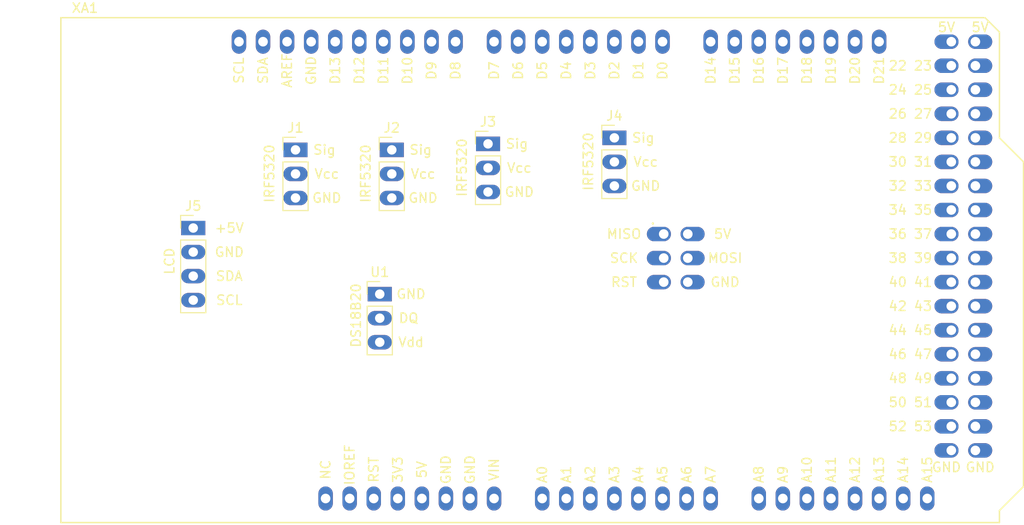
<source format=kicad_pcb>
(kicad_pcb (version 20171130) (host pcbnew 5.1.9-73d0e3b20d~88~ubuntu20.04.1)

  (general
    (thickness 1.6)
    (drawings 0)
    (tracks 0)
    (zones 0)
    (modules 7)
    (nets 111)
  )

  (page A4)
  (layers
    (0 F.Cu signal)
    (31 B.Cu signal)
    (32 B.Adhes user)
    (33 F.Adhes user)
    (34 B.Paste user)
    (35 F.Paste user)
    (36 B.SilkS user)
    (37 F.SilkS user)
    (38 B.Mask user)
    (39 F.Mask user)
    (40 Dwgs.User user)
    (41 Cmts.User user)
    (42 Eco1.User user)
    (43 Eco2.User user)
    (44 Edge.Cuts user)
    (45 Margin user)
    (46 B.CrtYd user)
    (47 F.CrtYd user)
    (48 B.Fab user)
    (49 F.Fab user)
  )

  (setup
    (last_trace_width 0.25)
    (trace_clearance 0.2)
    (zone_clearance 0.508)
    (zone_45_only no)
    (trace_min 0.2)
    (via_size 0.8)
    (via_drill 0.4)
    (via_min_size 0.4)
    (via_min_drill 0.3)
    (uvia_size 0.3)
    (uvia_drill 0.1)
    (uvias_allowed no)
    (uvia_min_size 0.2)
    (uvia_min_drill 0.1)
    (edge_width 0.05)
    (segment_width 0.2)
    (pcb_text_width 0.3)
    (pcb_text_size 1.5 1.5)
    (mod_edge_width 0.12)
    (mod_text_size 1 1)
    (mod_text_width 0.15)
    (pad_size 1.524 1.524)
    (pad_drill 0.762)
    (pad_to_mask_clearance 0)
    (aux_axis_origin 0 0)
    (visible_elements FFFFFF7F)
    (pcbplotparams
      (layerselection 0x010fc_ffffffff)
      (usegerberextensions false)
      (usegerberattributes true)
      (usegerberadvancedattributes true)
      (creategerberjobfile true)
      (excludeedgelayer true)
      (linewidth 0.100000)
      (plotframeref false)
      (viasonmask false)
      (mode 1)
      (useauxorigin false)
      (hpglpennumber 1)
      (hpglpenspeed 20)
      (hpglpendiameter 15.000000)
      (psnegative false)
      (psa4output false)
      (plotreference true)
      (plotvalue true)
      (plotinvisibletext false)
      (padsonsilk false)
      (subtractmaskfromsilk false)
      (outputformat 1)
      (mirror false)
      (drillshape 1)
      (scaleselection 1)
      (outputdirectory ""))
  )

  (net 0 "")
  (net 1 "Net-(XA1-PadMISO)")
  (net 2 "Net-(XA1-Pad99)")
  (net 3 "Net-(XA1-Pad81)")
  (net 4 "Net-(XA1-Pad19)")
  (net 5 "Net-(XA1-Pad20)")
  (net 6 "Net-(XA1-Pad21)")
  (net 7 "Net-(XA1-Pad22)")
  (net 8 "Net-(XA1-Pad35)")
  (net 9 "Net-(XA1-Pad36)")
  (net 10 "Net-(XA1-Pad37)")
  (net 11 "Net-(XA1-Pad38)")
  (net 12 "Net-(XA1-Pad39)")
  (net 13 "Net-(XA1-Pad40)")
  (net 14 "Net-(XA1-Pad41)")
  (net 15 "Net-(XA1-Pad42)")
  (net 16 "Net-(XA1-Pad51)")
  (net 17 "Net-(XA1-Pad52)")
  (net 18 "Net-(XA1-Pad70)")
  (net 19 "Net-(XA1-Pad50)")
  (net 20 "Net-(XA1-Pad53)")
  (net 21 "Net-(XA1-Pad54)")
  (net 22 "Net-(XA1-Pad55)")
  (net 23 "Net-(XA1-Pad56)")
  (net 24 "Net-(XA1-Pad57)")
  (net 25 "Net-(XA1-Pad58)")
  (net 26 "Net-(XA1-Pad59)")
  (net 27 "Net-(XA1-Pad60)")
  (net 28 "Net-(XA1-Pad71)")
  (net 29 "Net-(XA1-Pad72)")
  (net 30 "Net-(XA1-Pad73)")
  (net 31 "Net-(XA1-Pad74)")
  (net 32 "Net-(XA1-Pad75)")
  (net 33 "Net-(XA1-Pad76)")
  (net 34 "Net-(XA1-Pad77)")
  (net 35 "Net-(XA1-Pad78)")
  (net 36 "Net-(XA1-Pad61)")
  (net 37 "Net-(XA1-Pad31)")
  (net 38 "Net-(XA1-Pad82)")
  (net 39 "Net-(XA1-Pad83)")
  (net 40 "Net-(XA1-Pad84)")
  (net 41 "Net-(XA1-Pad85)")
  (net 42 "Net-(XA1-Pad86)")
  (net 43 "Net-(XA1-Pad87)")
  (net 44 "Net-(XA1-Pad88)")
  (net 45 "Net-(XA1-Pad89)")
  (net 46 "Net-(XA1-Pad90)")
  (net 47 "Net-(XA1-Pad91)")
  (net 48 "Net-(XA1-Pad92)")
  (net 49 "Net-(XA1-Pad93)")
  (net 50 "Net-(XA1-Pad94)")
  (net 51 "Net-(XA1-Pad95)")
  (net 52 "Net-(XA1-Pad96)")
  (net 53 "Net-(XA1-Pad24)")
  (net 54 "Net-(XA1-Pad25)")
  (net 55 "Net-(XA1-Pad26)")
  (net 56 "Net-(XA1-Pad98)")
  (net 57 "Net-(XA1-PadSDA)")
  (net 58 "Net-(XA1-PadSCL)")
  (net 59 "Net-(XA1-Pad23)")
  (net 60 "Net-(XA1-Pad18)")
  (net 61 "Net-(XA1-Pad17)")
  (net 62 "Net-(XA1-Pad11)")
  (net 63 "Net-(XA1-Pad16)")
  (net 64 "Net-(XA1-Pad15)")
  (net 65 "Net-(XA1-Pad5)")
  (net 66 "Net-(XA1-Pad1)")
  (net 67 "Net-(XA1-Pad7)")
  (net 68 "Net-(XA1-Pad6)")
  (net 69 "Net-(XA1-Pad3)")
  (net 70 "Net-(XA1-Pad2)")
  (net 71 "Net-(XA1-Pad64)")
  (net 72 "Net-(XA1-Pad63)")
  (net 73 "Net-(XA1-Pad13)")
  (net 74 "Net-(XA1-Pad12)")
  (net 75 "Net-(XA1-Pad46)")
  (net 76 "Net-(XA1-Pad45)")
  (net 77 "Net-(XA1-Pad44)")
  (net 78 "Net-(XA1-Pad43)")
  (net 79 "Net-(XA1-PadIORF)")
  (net 80 "Net-(XA1-Pad30)")
  (net 81 "Net-(XA1-Pad3V3)")
  (net 82 "Net-(XA1-Pad10)")
  (net 83 "Net-(XA1-Pad32)")
  (net 84 "Net-(XA1-Pad62)")
  (net 85 "Net-(XA1-Pad100)")
  (net 86 "Net-(XA1-Pad97)")
  (net 87 "Net-(XA1-Pad5V2)")
  (net 88 "Net-(XA1-PadSCK)")
  (net 89 "Net-(XA1-PadMOSI)")
  (net 90 "Net-(XA1-PadGND4)")
  (net 91 "Net-(XA1-PadRST2)")
  (net 92 "Net-(J1-Pad3)")
  (net 93 "Net-(J1-Pad2)")
  (net 94 "Net-(J1-Pad1)")
  (net 95 "Net-(J2-Pad3)")
  (net 96 "Net-(J2-Pad2)")
  (net 97 "Net-(J2-Pad1)")
  (net 98 "Net-(J3-Pad3)")
  (net 99 "Net-(J3-Pad2)")
  (net 100 "Net-(J3-Pad1)")
  (net 101 "Net-(J4-Pad3)")
  (net 102 "Net-(J4-Pad2)")
  (net 103 "Net-(J4-Pad1)")
  (net 104 "Net-(J5-Pad7)")
  (net 105 "Net-(J5-Pad5)")
  (net 106 "Net-(J5-Pad3)")
  (net 107 "Net-(J5-Pad1)")
  (net 108 "Net-(U1-Pad3)")
  (net 109 "Net-(U1-Pad2)")
  (net 110 "Net-(U1-Pad1)")

  (net_class Default "This is the default net class."
    (clearance 0.2)
    (trace_width 0.25)
    (via_dia 0.8)
    (via_drill 0.4)
    (uvia_dia 0.3)
    (uvia_drill 0.1)
    (add_net "Net-(J1-Pad1)")
    (add_net "Net-(J1-Pad2)")
    (add_net "Net-(J1-Pad3)")
    (add_net "Net-(J2-Pad1)")
    (add_net "Net-(J2-Pad2)")
    (add_net "Net-(J2-Pad3)")
    (add_net "Net-(J3-Pad1)")
    (add_net "Net-(J3-Pad2)")
    (add_net "Net-(J3-Pad3)")
    (add_net "Net-(J4-Pad1)")
    (add_net "Net-(J4-Pad2)")
    (add_net "Net-(J4-Pad3)")
    (add_net "Net-(J5-Pad1)")
    (add_net "Net-(J5-Pad3)")
    (add_net "Net-(J5-Pad5)")
    (add_net "Net-(J5-Pad7)")
    (add_net "Net-(U1-Pad1)")
    (add_net "Net-(U1-Pad2)")
    (add_net "Net-(U1-Pad3)")
    (add_net "Net-(XA1-Pad1)")
    (add_net "Net-(XA1-Pad10)")
    (add_net "Net-(XA1-Pad100)")
    (add_net "Net-(XA1-Pad11)")
    (add_net "Net-(XA1-Pad12)")
    (add_net "Net-(XA1-Pad13)")
    (add_net "Net-(XA1-Pad15)")
    (add_net "Net-(XA1-Pad16)")
    (add_net "Net-(XA1-Pad17)")
    (add_net "Net-(XA1-Pad18)")
    (add_net "Net-(XA1-Pad19)")
    (add_net "Net-(XA1-Pad2)")
    (add_net "Net-(XA1-Pad20)")
    (add_net "Net-(XA1-Pad21)")
    (add_net "Net-(XA1-Pad22)")
    (add_net "Net-(XA1-Pad23)")
    (add_net "Net-(XA1-Pad24)")
    (add_net "Net-(XA1-Pad25)")
    (add_net "Net-(XA1-Pad26)")
    (add_net "Net-(XA1-Pad3)")
    (add_net "Net-(XA1-Pad30)")
    (add_net "Net-(XA1-Pad31)")
    (add_net "Net-(XA1-Pad32)")
    (add_net "Net-(XA1-Pad35)")
    (add_net "Net-(XA1-Pad36)")
    (add_net "Net-(XA1-Pad37)")
    (add_net "Net-(XA1-Pad38)")
    (add_net "Net-(XA1-Pad39)")
    (add_net "Net-(XA1-Pad3V3)")
    (add_net "Net-(XA1-Pad40)")
    (add_net "Net-(XA1-Pad41)")
    (add_net "Net-(XA1-Pad42)")
    (add_net "Net-(XA1-Pad43)")
    (add_net "Net-(XA1-Pad44)")
    (add_net "Net-(XA1-Pad45)")
    (add_net "Net-(XA1-Pad46)")
    (add_net "Net-(XA1-Pad5)")
    (add_net "Net-(XA1-Pad50)")
    (add_net "Net-(XA1-Pad51)")
    (add_net "Net-(XA1-Pad52)")
    (add_net "Net-(XA1-Pad53)")
    (add_net "Net-(XA1-Pad54)")
    (add_net "Net-(XA1-Pad55)")
    (add_net "Net-(XA1-Pad56)")
    (add_net "Net-(XA1-Pad57)")
    (add_net "Net-(XA1-Pad58)")
    (add_net "Net-(XA1-Pad59)")
    (add_net "Net-(XA1-Pad5V2)")
    (add_net "Net-(XA1-Pad6)")
    (add_net "Net-(XA1-Pad60)")
    (add_net "Net-(XA1-Pad61)")
    (add_net "Net-(XA1-Pad62)")
    (add_net "Net-(XA1-Pad63)")
    (add_net "Net-(XA1-Pad64)")
    (add_net "Net-(XA1-Pad7)")
    (add_net "Net-(XA1-Pad70)")
    (add_net "Net-(XA1-Pad71)")
    (add_net "Net-(XA1-Pad72)")
    (add_net "Net-(XA1-Pad73)")
    (add_net "Net-(XA1-Pad74)")
    (add_net "Net-(XA1-Pad75)")
    (add_net "Net-(XA1-Pad76)")
    (add_net "Net-(XA1-Pad77)")
    (add_net "Net-(XA1-Pad78)")
    (add_net "Net-(XA1-Pad81)")
    (add_net "Net-(XA1-Pad82)")
    (add_net "Net-(XA1-Pad83)")
    (add_net "Net-(XA1-Pad84)")
    (add_net "Net-(XA1-Pad85)")
    (add_net "Net-(XA1-Pad86)")
    (add_net "Net-(XA1-Pad87)")
    (add_net "Net-(XA1-Pad88)")
    (add_net "Net-(XA1-Pad89)")
    (add_net "Net-(XA1-Pad90)")
    (add_net "Net-(XA1-Pad91)")
    (add_net "Net-(XA1-Pad92)")
    (add_net "Net-(XA1-Pad93)")
    (add_net "Net-(XA1-Pad94)")
    (add_net "Net-(XA1-Pad95)")
    (add_net "Net-(XA1-Pad96)")
    (add_net "Net-(XA1-Pad97)")
    (add_net "Net-(XA1-Pad98)")
    (add_net "Net-(XA1-Pad99)")
    (add_net "Net-(XA1-PadGND4)")
    (add_net "Net-(XA1-PadIORF)")
    (add_net "Net-(XA1-PadMISO)")
    (add_net "Net-(XA1-PadMOSI)")
    (add_net "Net-(XA1-PadRST2)")
    (add_net "Net-(XA1-PadSCK)")
    (add_net "Net-(XA1-PadSCL)")
    (add_net "Net-(XA1-PadSDA)")
  )

  (module My_Headers:3_pin_Dallas_1-wire_header_larger_pads (layer F.Cu) (tedit 6021A815) (tstamp 60460EDC)
    (at 132.715 100.33)
    (descr "Through hole straight pin header, 1x03, 2.54mm pitch, single row")
    (tags "Through hole pin header THT 1x03 2.54mm single row")
    (path /60465402)
    (fp_text reference U1 (at 0 -2.33) (layer F.SilkS)
      (effects (font (size 1 1) (thickness 0.15)))
    )
    (fp_text value DS18B20 (at 0 7.41) (layer F.Fab) hide
      (effects (font (size 1 1) (thickness 0.15)))
    )
    (fp_text user DS18B20 (at -2.5 2.25 90) (layer F.SilkS)
      (effects (font (size 1 1) (thickness 0.15)))
    )
    (fp_text user Vdd (at 3.302 5.08) (layer F.SilkS)
      (effects (font (size 1 1) (thickness 0.15)))
    )
    (fp_text user DQ (at 3.048 2.54) (layer F.SilkS)
      (effects (font (size 1 1) (thickness 0.15)))
    )
    (fp_text user GND (at 3.302 0) (layer F.SilkS)
      (effects (font (size 1 1) (thickness 0.15)))
    )
    (fp_text user %R (at 0 2.54 90) (layer F.Fab)
      (effects (font (size 1 1) (thickness 0.15)))
    )
    (fp_line (start -0.635 -1.27) (end 1.27 -1.27) (layer F.Fab) (width 0.1))
    (fp_line (start 1.27 -1.27) (end 1.27 6.35) (layer F.Fab) (width 0.1))
    (fp_line (start 1.27 6.35) (end -1.27 6.35) (layer F.Fab) (width 0.1))
    (fp_line (start -1.27 6.35) (end -1.27 -0.635) (layer F.Fab) (width 0.1))
    (fp_line (start -1.27 -0.635) (end -0.635 -1.27) (layer F.Fab) (width 0.1))
    (fp_line (start -1.33 6.41) (end 1.33 6.41) (layer F.SilkS) (width 0.12))
    (fp_line (start -1.33 1.27) (end -1.33 6.41) (layer F.SilkS) (width 0.12))
    (fp_line (start 1.33 1.27) (end 1.33 6.41) (layer F.SilkS) (width 0.12))
    (fp_line (start -1.33 1.27) (end 1.33 1.27) (layer F.SilkS) (width 0.12))
    (fp_line (start -1.33 0) (end -1.33 -1.33) (layer F.SilkS) (width 0.12))
    (fp_line (start -1.33 -1.33) (end 0 -1.33) (layer F.SilkS) (width 0.12))
    (fp_line (start -1.8 -1.8) (end -1.8 6.85) (layer F.CrtYd) (width 0.05))
    (fp_line (start -1.8 6.85) (end 1.8 6.85) (layer F.CrtYd) (width 0.05))
    (fp_line (start 1.8 6.85) (end 1.8 -1.8) (layer F.CrtYd) (width 0.05))
    (fp_line (start 1.8 -1.8) (end -1.8 -1.8) (layer F.CrtYd) (width 0.05))
    (pad 3 thru_hole oval (at 0 5.08) (size 2.54 1.524) (drill 1) (layers *.Cu *.Mask)
      (net 108 "Net-(U1-Pad3)"))
    (pad 2 thru_hole oval (at 0 2.54) (size 2.54 1.524) (drill 1) (layers *.Cu *.Mask)
      (net 109 "Net-(U1-Pad2)"))
    (pad 1 thru_hole rect (at 0 0) (size 2.54 1.524) (drill 1) (layers *.Cu *.Mask)
      (net 110 "Net-(U1-Pad1)"))
    (model ${KISYS3DMOD}/Connector_PinHeader_2.54mm.3dshapes/PinHeader_1x03_P2.54mm_Vertical.wrl
      (at (xyz 0 0 0))
      (scale (xyz 1 1 1))
      (rotate (xyz 0 0 0))
    )
  )

  (module My_Headers:4-pin_I2C_LCD_header_larger (layer F.Cu) (tedit 6021A84B) (tstamp 60460EC1)
    (at 113.03 93.345)
    (descr "Through hole straight pin header, 1x04, 2.54mm pitch, single row")
    (tags "Through hole pin header THT 1x04 2.54mm single row")
    (path /604681B1)
    (fp_text reference J5 (at 0 -2.33) (layer F.SilkS)
      (effects (font (size 1 1) (thickness 0.15)))
    )
    (fp_text value 4-pin_I2C_LCD_header (at 0 9.95) (layer F.Fab) hide
      (effects (font (size 1 1) (thickness 0.15)))
    )
    (fp_text user LCD (at -2.5 3.5 90) (layer F.SilkS)
      (effects (font (size 1 1) (thickness 0.15)))
    )
    (fp_text user SCL (at 3.81 7.62) (layer F.SilkS)
      (effects (font (size 1 1) (thickness 0.15)))
    )
    (fp_text user SDA (at 3.81 5.08) (layer F.SilkS)
      (effects (font (size 1 1) (thickness 0.15)))
    )
    (fp_text user GND (at 3.81 2.54) (layer F.SilkS)
      (effects (font (size 1 1) (thickness 0.15)))
    )
    (fp_text user +5V (at 3.81 0) (layer F.SilkS)
      (effects (font (size 1 1) (thickness 0.15)))
    )
    (fp_line (start -0.635 -1.27) (end 1.27 -1.27) (layer F.Fab) (width 0.1))
    (fp_line (start 1.27 -1.27) (end 1.27 8.89) (layer F.Fab) (width 0.1))
    (fp_line (start 1.27 8.89) (end -1.27 8.89) (layer F.Fab) (width 0.1))
    (fp_line (start -1.27 8.89) (end -1.27 -0.635) (layer F.Fab) (width 0.1))
    (fp_line (start -1.27 -0.635) (end -0.635 -1.27) (layer F.Fab) (width 0.1))
    (fp_line (start -1.33 8.95) (end 1.33 8.95) (layer F.SilkS) (width 0.12))
    (fp_line (start -1.33 1.27) (end -1.33 8.95) (layer F.SilkS) (width 0.12))
    (fp_line (start 1.33 1.27) (end 1.33 8.95) (layer F.SilkS) (width 0.12))
    (fp_line (start -1.33 1.27) (end 1.33 1.27) (layer F.SilkS) (width 0.12))
    (fp_line (start -1.33 0) (end -1.33 -1.33) (layer F.SilkS) (width 0.12))
    (fp_line (start -1.33 -1.33) (end 0 -1.33) (layer F.SilkS) (width 0.12))
    (fp_line (start -1.8 -1.8) (end -1.8 9.4) (layer F.CrtYd) (width 0.05))
    (fp_line (start -1.8 9.4) (end 1.8 9.4) (layer F.CrtYd) (width 0.05))
    (fp_line (start 1.8 9.4) (end 1.8 -1.8) (layer F.CrtYd) (width 0.05))
    (fp_line (start 1.8 -1.8) (end -1.8 -1.8) (layer F.CrtYd) (width 0.05))
    (pad 7 thru_hole oval (at 0 7.62) (size 2.54 1.524) (drill 1) (layers *.Cu *.Mask)
      (net 104 "Net-(J5-Pad7)"))
    (pad 5 thru_hole oval (at 0 5.08) (size 2.54 1.524) (drill 1) (layers *.Cu *.Mask)
      (net 105 "Net-(J5-Pad5)"))
    (pad 3 thru_hole oval (at 0 2.54) (size 2.54 1.524) (drill 1) (layers *.Cu *.Mask)
      (net 106 "Net-(J5-Pad3)"))
    (pad 1 thru_hole rect (at 0 0) (size 2.54 1.524) (drill 1) (layers *.Cu *.Mask)
      (net 107 "Net-(J5-Pad1)"))
    (model ${KISYS3DMOD}/Connector_PinHeader_2.54mm.3dshapes/PinHeader_1x04_P2.54mm_Vertical.wrl
      (at (xyz 0 0 0))
      (scale (xyz 1 1 1))
      (rotate (xyz 0 0 0))
    )
  )

  (module My_Headers:3-pin_IRF5320_MOSFET_module_header_large (layer F.Cu) (tedit 604417EF) (tstamp 60460EA5)
    (at 157.48 83.82)
    (descr "Through hole straight pin header, 1x03, 2.54mm pitch, single row")
    (tags "Through hole pin header THT 1x03 2.54mm single row")
    (path /60464B76)
    (fp_text reference J4 (at 0 -2.33) (layer F.SilkS)
      (effects (font (size 1 1) (thickness 0.15)))
    )
    (fp_text value 3-pin_IRF5320_MOSFET_module_header (at 0 7.41) (layer F.Fab) hide
      (effects (font (size 1 1) (thickness 0.15)))
    )
    (fp_text user IRF5320 (at -2.75 2.5 90) (layer F.SilkS)
      (effects (font (size 1 1) (thickness 0.15)))
    )
    (fp_text user GND (at 3.302 5.08) (layer F.SilkS)
      (effects (font (size 1 1) (thickness 0.15)))
    )
    (fp_text user Vcc (at 3.302 2.54) (layer F.SilkS)
      (effects (font (size 1 1) (thickness 0.15)))
    )
    (fp_text user Sig (at 3.048 0) (layer F.SilkS)
      (effects (font (size 1 1) (thickness 0.15)))
    )
    (fp_text user %R (at 0 2.54 90) (layer F.Fab)
      (effects (font (size 1 1) (thickness 0.15)))
    )
    (fp_line (start 1.8 -1.8) (end -1.8 -1.8) (layer F.CrtYd) (width 0.05))
    (fp_line (start 1.8 6.85) (end 1.8 -1.8) (layer F.CrtYd) (width 0.05))
    (fp_line (start -1.8 6.85) (end 1.8 6.85) (layer F.CrtYd) (width 0.05))
    (fp_line (start -1.8 -1.8) (end -1.8 6.85) (layer F.CrtYd) (width 0.05))
    (fp_line (start -1.33 -1.33) (end 0 -1.33) (layer F.SilkS) (width 0.12))
    (fp_line (start -1.33 0) (end -1.33 -1.33) (layer F.SilkS) (width 0.12))
    (fp_line (start -1.33 1.27) (end 1.33 1.27) (layer F.SilkS) (width 0.12))
    (fp_line (start 1.33 1.27) (end 1.33 6.41) (layer F.SilkS) (width 0.12))
    (fp_line (start -1.33 1.27) (end -1.33 6.41) (layer F.SilkS) (width 0.12))
    (fp_line (start -1.33 6.41) (end 1.33 6.41) (layer F.SilkS) (width 0.12))
    (fp_line (start -1.27 -0.635) (end -0.635 -1.27) (layer F.Fab) (width 0.1))
    (fp_line (start -1.27 6.35) (end -1.27 -0.635) (layer F.Fab) (width 0.1))
    (fp_line (start 1.27 6.35) (end -1.27 6.35) (layer F.Fab) (width 0.1))
    (fp_line (start 1.27 -1.27) (end 1.27 6.35) (layer F.Fab) (width 0.1))
    (fp_line (start -0.635 -1.27) (end 1.27 -1.27) (layer F.Fab) (width 0.1))
    (pad 3 thru_hole oval (at 0 5.08) (size 2.54 1.524) (drill 1) (layers *.Cu *.Mask)
      (net 101 "Net-(J4-Pad3)"))
    (pad 2 thru_hole oval (at 0 2.54) (size 2.54 1.524) (drill 1) (layers *.Cu *.Mask)
      (net 102 "Net-(J4-Pad2)"))
    (pad 1 thru_hole rect (at 0 0) (size 2.54 1.524) (drill 1) (layers *.Cu *.Mask)
      (net 103 "Net-(J4-Pad1)"))
    (model ${KISYS3DMOD}/Connector_PinHeader_2.54mm.3dshapes/PinHeader_1x03_P2.54mm_Vertical.wrl
      (at (xyz 0 0 0))
      (scale (xyz 1 1 1))
      (rotate (xyz 0 0 0))
    )
  )

  (module My_Headers:3-pin_IRF5320_MOSFET_module_header_large (layer F.Cu) (tedit 604417EF) (tstamp 60460E8A)
    (at 144.145 84.455)
    (descr "Through hole straight pin header, 1x03, 2.54mm pitch, single row")
    (tags "Through hole pin header THT 1x03 2.54mm single row")
    (path /604646F1)
    (fp_text reference J3 (at 0 -2.33) (layer F.SilkS)
      (effects (font (size 1 1) (thickness 0.15)))
    )
    (fp_text value 3-pin_IRF5320_MOSFET_module_header (at 0 7.41) (layer F.Fab) hide
      (effects (font (size 1 1) (thickness 0.15)))
    )
    (fp_text user IRF5320 (at -2.75 2.5 90) (layer F.SilkS)
      (effects (font (size 1 1) (thickness 0.15)))
    )
    (fp_text user GND (at 3.302 5.08) (layer F.SilkS)
      (effects (font (size 1 1) (thickness 0.15)))
    )
    (fp_text user Vcc (at 3.302 2.54) (layer F.SilkS)
      (effects (font (size 1 1) (thickness 0.15)))
    )
    (fp_text user Sig (at 3.048 0) (layer F.SilkS)
      (effects (font (size 1 1) (thickness 0.15)))
    )
    (fp_text user %R (at 0 2.54 90) (layer F.Fab)
      (effects (font (size 1 1) (thickness 0.15)))
    )
    (fp_line (start 1.8 -1.8) (end -1.8 -1.8) (layer F.CrtYd) (width 0.05))
    (fp_line (start 1.8 6.85) (end 1.8 -1.8) (layer F.CrtYd) (width 0.05))
    (fp_line (start -1.8 6.85) (end 1.8 6.85) (layer F.CrtYd) (width 0.05))
    (fp_line (start -1.8 -1.8) (end -1.8 6.85) (layer F.CrtYd) (width 0.05))
    (fp_line (start -1.33 -1.33) (end 0 -1.33) (layer F.SilkS) (width 0.12))
    (fp_line (start -1.33 0) (end -1.33 -1.33) (layer F.SilkS) (width 0.12))
    (fp_line (start -1.33 1.27) (end 1.33 1.27) (layer F.SilkS) (width 0.12))
    (fp_line (start 1.33 1.27) (end 1.33 6.41) (layer F.SilkS) (width 0.12))
    (fp_line (start -1.33 1.27) (end -1.33 6.41) (layer F.SilkS) (width 0.12))
    (fp_line (start -1.33 6.41) (end 1.33 6.41) (layer F.SilkS) (width 0.12))
    (fp_line (start -1.27 -0.635) (end -0.635 -1.27) (layer F.Fab) (width 0.1))
    (fp_line (start -1.27 6.35) (end -1.27 -0.635) (layer F.Fab) (width 0.1))
    (fp_line (start 1.27 6.35) (end -1.27 6.35) (layer F.Fab) (width 0.1))
    (fp_line (start 1.27 -1.27) (end 1.27 6.35) (layer F.Fab) (width 0.1))
    (fp_line (start -0.635 -1.27) (end 1.27 -1.27) (layer F.Fab) (width 0.1))
    (pad 3 thru_hole oval (at 0 5.08) (size 2.54 1.524) (drill 1) (layers *.Cu *.Mask)
      (net 98 "Net-(J3-Pad3)"))
    (pad 2 thru_hole oval (at 0 2.54) (size 2.54 1.524) (drill 1) (layers *.Cu *.Mask)
      (net 99 "Net-(J3-Pad2)"))
    (pad 1 thru_hole rect (at 0 0) (size 2.54 1.524) (drill 1) (layers *.Cu *.Mask)
      (net 100 "Net-(J3-Pad1)"))
    (model ${KISYS3DMOD}/Connector_PinHeader_2.54mm.3dshapes/PinHeader_1x03_P2.54mm_Vertical.wrl
      (at (xyz 0 0 0))
      (scale (xyz 1 1 1))
      (rotate (xyz 0 0 0))
    )
  )

  (module My_Headers:3-pin_IRF5320_MOSFET_module_header_large (layer F.Cu) (tedit 604417EF) (tstamp 60460E6F)
    (at 133.985 85.09)
    (descr "Through hole straight pin header, 1x03, 2.54mm pitch, single row")
    (tags "Through hole pin header THT 1x03 2.54mm single row")
    (path /604642B1)
    (fp_text reference J2 (at 0 -2.33) (layer F.SilkS)
      (effects (font (size 1 1) (thickness 0.15)))
    )
    (fp_text value 3-pin_IRF5320_MOSFET_module_header (at 0 7.41) (layer F.Fab) hide
      (effects (font (size 1 1) (thickness 0.15)))
    )
    (fp_text user IRF5320 (at -2.75 2.5 90) (layer F.SilkS)
      (effects (font (size 1 1) (thickness 0.15)))
    )
    (fp_text user GND (at 3.302 5.08) (layer F.SilkS)
      (effects (font (size 1 1) (thickness 0.15)))
    )
    (fp_text user Vcc (at 3.302 2.54) (layer F.SilkS)
      (effects (font (size 1 1) (thickness 0.15)))
    )
    (fp_text user Sig (at 3.048 0) (layer F.SilkS)
      (effects (font (size 1 1) (thickness 0.15)))
    )
    (fp_text user %R (at 0 2.54 90) (layer F.Fab)
      (effects (font (size 1 1) (thickness 0.15)))
    )
    (fp_line (start 1.8 -1.8) (end -1.8 -1.8) (layer F.CrtYd) (width 0.05))
    (fp_line (start 1.8 6.85) (end 1.8 -1.8) (layer F.CrtYd) (width 0.05))
    (fp_line (start -1.8 6.85) (end 1.8 6.85) (layer F.CrtYd) (width 0.05))
    (fp_line (start -1.8 -1.8) (end -1.8 6.85) (layer F.CrtYd) (width 0.05))
    (fp_line (start -1.33 -1.33) (end 0 -1.33) (layer F.SilkS) (width 0.12))
    (fp_line (start -1.33 0) (end -1.33 -1.33) (layer F.SilkS) (width 0.12))
    (fp_line (start -1.33 1.27) (end 1.33 1.27) (layer F.SilkS) (width 0.12))
    (fp_line (start 1.33 1.27) (end 1.33 6.41) (layer F.SilkS) (width 0.12))
    (fp_line (start -1.33 1.27) (end -1.33 6.41) (layer F.SilkS) (width 0.12))
    (fp_line (start -1.33 6.41) (end 1.33 6.41) (layer F.SilkS) (width 0.12))
    (fp_line (start -1.27 -0.635) (end -0.635 -1.27) (layer F.Fab) (width 0.1))
    (fp_line (start -1.27 6.35) (end -1.27 -0.635) (layer F.Fab) (width 0.1))
    (fp_line (start 1.27 6.35) (end -1.27 6.35) (layer F.Fab) (width 0.1))
    (fp_line (start 1.27 -1.27) (end 1.27 6.35) (layer F.Fab) (width 0.1))
    (fp_line (start -0.635 -1.27) (end 1.27 -1.27) (layer F.Fab) (width 0.1))
    (pad 3 thru_hole oval (at 0 5.08) (size 2.54 1.524) (drill 1) (layers *.Cu *.Mask)
      (net 95 "Net-(J2-Pad3)"))
    (pad 2 thru_hole oval (at 0 2.54) (size 2.54 1.524) (drill 1) (layers *.Cu *.Mask)
      (net 96 "Net-(J2-Pad2)"))
    (pad 1 thru_hole rect (at 0 0) (size 2.54 1.524) (drill 1) (layers *.Cu *.Mask)
      (net 97 "Net-(J2-Pad1)"))
    (model ${KISYS3DMOD}/Connector_PinHeader_2.54mm.3dshapes/PinHeader_1x03_P2.54mm_Vertical.wrl
      (at (xyz 0 0 0))
      (scale (xyz 1 1 1))
      (rotate (xyz 0 0 0))
    )
  )

  (module My_Headers:3-pin_IRF5320_MOSFET_module_header_large (layer F.Cu) (tedit 604417EF) (tstamp 60460E54)
    (at 123.825 85.09)
    (descr "Through hole straight pin header, 1x03, 2.54mm pitch, single row")
    (tags "Through hole pin header THT 1x03 2.54mm single row")
    (path /60463EB6)
    (fp_text reference J1 (at 0 -2.33) (layer F.SilkS)
      (effects (font (size 1 1) (thickness 0.15)))
    )
    (fp_text value 3-pin_IRF5320_MOSFET_module_header (at 0 7.41) (layer F.Fab) hide
      (effects (font (size 1 1) (thickness 0.15)))
    )
    (fp_text user IRF5320 (at -2.75 2.5 90) (layer F.SilkS)
      (effects (font (size 1 1) (thickness 0.15)))
    )
    (fp_text user GND (at 3.302 5.08) (layer F.SilkS)
      (effects (font (size 1 1) (thickness 0.15)))
    )
    (fp_text user Vcc (at 3.302 2.54) (layer F.SilkS)
      (effects (font (size 1 1) (thickness 0.15)))
    )
    (fp_text user Sig (at 3.048 0) (layer F.SilkS)
      (effects (font (size 1 1) (thickness 0.15)))
    )
    (fp_text user %R (at 0 2.54 90) (layer F.Fab)
      (effects (font (size 1 1) (thickness 0.15)))
    )
    (fp_line (start 1.8 -1.8) (end -1.8 -1.8) (layer F.CrtYd) (width 0.05))
    (fp_line (start 1.8 6.85) (end 1.8 -1.8) (layer F.CrtYd) (width 0.05))
    (fp_line (start -1.8 6.85) (end 1.8 6.85) (layer F.CrtYd) (width 0.05))
    (fp_line (start -1.8 -1.8) (end -1.8 6.85) (layer F.CrtYd) (width 0.05))
    (fp_line (start -1.33 -1.33) (end 0 -1.33) (layer F.SilkS) (width 0.12))
    (fp_line (start -1.33 0) (end -1.33 -1.33) (layer F.SilkS) (width 0.12))
    (fp_line (start -1.33 1.27) (end 1.33 1.27) (layer F.SilkS) (width 0.12))
    (fp_line (start 1.33 1.27) (end 1.33 6.41) (layer F.SilkS) (width 0.12))
    (fp_line (start -1.33 1.27) (end -1.33 6.41) (layer F.SilkS) (width 0.12))
    (fp_line (start -1.33 6.41) (end 1.33 6.41) (layer F.SilkS) (width 0.12))
    (fp_line (start -1.27 -0.635) (end -0.635 -1.27) (layer F.Fab) (width 0.1))
    (fp_line (start -1.27 6.35) (end -1.27 -0.635) (layer F.Fab) (width 0.1))
    (fp_line (start 1.27 6.35) (end -1.27 6.35) (layer F.Fab) (width 0.1))
    (fp_line (start 1.27 -1.27) (end 1.27 6.35) (layer F.Fab) (width 0.1))
    (fp_line (start -0.635 -1.27) (end 1.27 -1.27) (layer F.Fab) (width 0.1))
    (pad 3 thru_hole oval (at 0 5.08) (size 2.54 1.524) (drill 1) (layers *.Cu *.Mask)
      (net 92 "Net-(J1-Pad3)"))
    (pad 2 thru_hole oval (at 0 2.54) (size 2.54 1.524) (drill 1) (layers *.Cu *.Mask)
      (net 93 "Net-(J1-Pad2)"))
    (pad 1 thru_hole rect (at 0 0) (size 2.54 1.524) (drill 1) (layers *.Cu *.Mask)
      (net 94 "Net-(J1-Pad1)"))
    (model ${KISYS3DMOD}/Connector_PinHeader_2.54mm.3dshapes/PinHeader_1x03_P2.54mm_Vertical.wrl
      (at (xyz 0 0 0))
      (scale (xyz 1 1 1))
      (rotate (xyz 0 0 0))
    )
  )

  (module My_Arduino:Arduino_Mega2560_Shield_large (layer F.Cu) (tedit 60441577) (tstamp 60460715)
    (at 99.06 124.46)
    (descr https://store.arduino.cc/arduino-mega-2560-rev3)
    (path /6045E64B)
    (fp_text reference XA1 (at 2.54 -54.356) (layer F.SilkS)
      (effects (font (size 1 1) (thickness 0.15)))
    )
    (fp_text value Arduino_Mega2560 (at 15.494 -54.356) (layer F.Fab)
      (effects (font (size 1 1) (thickness 0.15)))
    )
    (fp_line (start 0 -53.34) (end 97.536 -53.34) (layer F.SilkS) (width 0.15))
    (fp_line (start 0 0) (end 99.06 0) (layer F.SilkS) (width 0.15))
    (fp_line (start 97.536 -53.34) (end 99.06 -51.816) (layer F.SilkS) (width 0.15))
    (fp_line (start 99.06 0) (end 99.06 -1.27) (layer F.SilkS) (width 0.15))
    (fp_line (start 99.06 -1.27) (end 101.6 -3.81) (layer F.SilkS) (width 0.15))
    (fp_line (start 101.6 -3.81) (end 101.6 -38.1) (layer F.SilkS) (width 0.15))
    (fp_line (start 101.6 -38.1) (end 99.06 -40.64) (layer F.SilkS) (width 0.15))
    (fp_line (start 99.06 -40.64) (end 99.06 -51.816) (layer F.SilkS) (width 0.15))
    (fp_line (start 0 -53.34) (end 0 0) (layer F.SilkS) (width 0.15))
    (fp_line (start -1.905 -12.065) (end 11.43 -12.065) (layer B.CrtYd) (width 0.15))
    (fp_line (start -1.905 -12.065) (end -1.905 -3.175) (layer B.CrtYd) (width 0.15))
    (fp_line (start -1.905 -3.175) (end 11.43 -3.175) (layer B.CrtYd) (width 0.15))
    (fp_line (start 11.43 -12.065) (end 11.43 -3.175) (layer B.CrtYd) (width 0.15))
    (fp_line (start -6.35 -43.815) (end -6.35 -32.385) (layer B.CrtYd) (width 0.15))
    (fp_line (start 9.525 -43.815) (end 9.525 -32.385) (layer B.CrtYd) (width 0.15))
    (fp_line (start 9.525 -43.815) (end -6.35 -43.815) (layer B.CrtYd) (width 0.15))
    (fp_line (start 9.525 -32.385) (end -6.35 -32.385) (layer B.CrtYd) (width 0.15))
    (fp_text user GND (at 70.104 -25.4) (layer F.SilkS)
      (effects (font (size 1 1) (thickness 0.15)))
    )
    (fp_text user MOSI (at 70.104 -27.94) (layer F.SilkS)
      (effects (font (size 1 1) (thickness 0.15)))
    )
    (fp_text user 5V (at 69.85 -30.48) (layer F.SilkS)
      (effects (font (size 1 1) (thickness 0.15)))
    )
    (fp_text user RST (at 59.436 -25.4) (layer F.SilkS)
      (effects (font (size 1 1) (thickness 0.15)))
    )
    (fp_text user SCK (at 59.436 -27.94) (layer F.SilkS)
      (effects (font (size 1 1) (thickness 0.15)))
    )
    (fp_text user MISO (at 59.436 -30.48) (layer F.SilkS)
      (effects (font (size 1 1) (thickness 0.15)))
    )
    (fp_text user NC (at 27.94 -5.588 90) (layer F.SilkS)
      (effects (font (size 1 1) (thickness 0.15)))
    )
    (fp_text user GND (at 97.028 -5.842) (layer F.SilkS)
      (effects (font (size 1 1) (thickness 0.15)))
    )
    (fp_text user GND (at 93.472 -5.842) (layer F.SilkS)
      (effects (font (size 1 1) (thickness 0.15)))
    )
    (fp_text user "52 53" (at 89.662 -10.16) (layer F.SilkS)
      (effects (font (size 1 1) (thickness 0.15)))
    )
    (fp_text user "50 51" (at 89.662 -12.7) (layer F.SilkS)
      (effects (font (size 1 1) (thickness 0.15)))
    )
    (fp_text user "48 49" (at 89.662 -15.24) (layer F.SilkS)
      (effects (font (size 1 1) (thickness 0.15)))
    )
    (fp_text user "46 47" (at 89.662 -17.78) (layer F.SilkS)
      (effects (font (size 1 1) (thickness 0.15)))
    )
    (fp_text user "44 45" (at 89.662 -20.32) (layer F.SilkS)
      (effects (font (size 1 1) (thickness 0.15)))
    )
    (fp_text user "42 43" (at 89.662 -22.86) (layer F.SilkS)
      (effects (font (size 1 1) (thickness 0.15)))
    )
    (fp_text user "40 41" (at 89.662 -25.4) (layer F.SilkS)
      (effects (font (size 1 1) (thickness 0.15)))
    )
    (fp_text user "38 39" (at 89.662 -27.94) (layer F.SilkS)
      (effects (font (size 1 1) (thickness 0.15)))
    )
    (fp_text user "36 37" (at 89.662 -30.48) (layer F.SilkS)
      (effects (font (size 1 1) (thickness 0.15)))
    )
    (fp_text user "34 35" (at 89.662 -33.02) (layer F.SilkS)
      (effects (font (size 1 1) (thickness 0.15)))
    )
    (fp_text user "32 33" (at 89.662 -35.56) (layer F.SilkS)
      (effects (font (size 1 1) (thickness 0.15)))
    )
    (fp_text user "30 31" (at 89.662 -38.1) (layer F.SilkS)
      (effects (font (size 1 1) (thickness 0.15)))
    )
    (fp_text user "28 29" (at 89.662 -40.64) (layer F.SilkS)
      (effects (font (size 1 1) (thickness 0.15)))
    )
    (fp_text user "26 27" (at 89.662 -43.18) (layer F.SilkS)
      (effects (font (size 1 1) (thickness 0.15)))
    )
    (fp_text user "24 25" (at 89.662 -45.72) (layer F.SilkS)
      (effects (font (size 1 1) (thickness 0.15)))
    )
    (fp_text user "22 23" (at 89.662 -48.26) (layer F.SilkS)
      (effects (font (size 1 1) (thickness 0.15)))
    )
    (fp_text user 5V (at 97.028 -52.324) (layer F.SilkS)
      (effects (font (size 1 1) (thickness 0.15)))
    )
    (fp_text user 5V (at 93.472 -52.324) (layer F.SilkS)
      (effects (font (size 1 1) (thickness 0.15)))
    )
    (fp_text user IOREF (at 30.48 -6.096 90) (layer F.SilkS)
      (effects (font (size 1 1) (thickness 0.15)))
    )
    (fp_text user A0 (at 50.8 -5.08 90) (layer F.SilkS)
      (effects (font (size 1 1) (thickness 0.15)))
    )
    (fp_text user 3V3 (at 35.56 -5.588 90) (layer F.SilkS)
      (effects (font (size 1 1) (thickness 0.15)))
    )
    (fp_text user GND (at 43.18 -5.588 90) (layer F.SilkS)
      (effects (font (size 1 1) (thickness 0.15)))
    )
    (fp_text user GND (at 40.64 -5.588 90) (layer F.SilkS)
      (effects (font (size 1 1) (thickness 0.15)))
    )
    (fp_text user VIN (at 45.72 -5.588 90) (layer F.SilkS)
      (effects (font (size 1 1) (thickness 0.15)))
    )
    (fp_text user A1 (at 53.34 -5.08 90) (layer F.SilkS)
      (effects (font (size 1 1) (thickness 0.15)))
    )
    (fp_text user 5V (at 38.1 -5.588 90) (layer F.SilkS)
      (effects (font (size 1 1) (thickness 0.15)))
    )
    (fp_text user A7 (at 68.58 -5.08 90) (layer F.SilkS)
      (effects (font (size 1 1) (thickness 0.15)))
    )
    (fp_text user A8 (at 73.66 -5.08 90) (layer F.SilkS)
      (effects (font (size 1 1) (thickness 0.15)))
    )
    (fp_text user A9 (at 76.2 -5.08 90) (layer F.SilkS)
      (effects (font (size 1 1) (thickness 0.15)))
    )
    (fp_text user RST (at 33.02 -5.588 90) (layer F.SilkS)
      (effects (font (size 1 1) (thickness 0.15)))
    )
    (fp_text user A5 (at 63.5 -5.08 90) (layer F.SilkS)
      (effects (font (size 1 1) (thickness 0.15)))
    )
    (fp_text user A4 (at 60.96 -5.08 90) (layer F.SilkS)
      (effects (font (size 1 1) (thickness 0.15)))
    )
    (fp_text user A2 (at 55.88 -5.08 90) (layer F.SilkS)
      (effects (font (size 1 1) (thickness 0.15)))
    )
    (fp_text user A11 (at 81.28 -5.588 90) (layer F.SilkS)
      (effects (font (size 1 1) (thickness 0.15)))
    )
    (fp_text user A14 (at 88.9 -5.588 90) (layer F.SilkS)
      (effects (font (size 1 1) (thickness 0.15)))
    )
    (fp_text user A15 (at 91.44 -5.588 90) (layer F.SilkS)
      (effects (font (size 1 1) (thickness 0.15)))
    )
    (fp_text user A6 (at 66.04 -5.08 90) (layer F.SilkS)
      (effects (font (size 1 1) (thickness 0.15)))
    )
    (fp_text user A12 (at 83.82 -5.588 90) (layer F.SilkS)
      (effects (font (size 1 1) (thickness 0.15)))
    )
    (fp_text user A13 (at 86.36 -5.588 90) (layer F.SilkS)
      (effects (font (size 1 1) (thickness 0.15)))
    )
    (fp_text user A3 (at 58.42 -5.08 90) (layer F.SilkS)
      (effects (font (size 1 1) (thickness 0.15)))
    )
    (fp_text user A10 (at 78.74 -5.588 90) (layer F.SilkS)
      (effects (font (size 1 1) (thickness 0.15)))
    )
    (fp_text user D21 (at 86.36 -47.752 90) (layer F.SilkS)
      (effects (font (size 1 1) (thickness 0.15)))
    )
    (fp_text user D20 (at 83.82 -47.752 90) (layer F.SilkS)
      (effects (font (size 1 1) (thickness 0.15)))
    )
    (fp_text user D19 (at 81.28 -47.752 90) (layer F.SilkS)
      (effects (font (size 1 1) (thickness 0.15)))
    )
    (fp_text user D18 (at 78.74 -47.752 90) (layer F.SilkS)
      (effects (font (size 1 1) (thickness 0.15)))
    )
    (fp_text user D17 (at 76.2 -47.752 90) (layer F.SilkS)
      (effects (font (size 1 1) (thickness 0.15)))
    )
    (fp_text user D16 (at 73.66 -47.752 90) (layer F.SilkS)
      (effects (font (size 1 1) (thickness 0.15)))
    )
    (fp_text user D15 (at 71.12 -47.752 90) (layer F.SilkS)
      (effects (font (size 1 1) (thickness 0.15)))
    )
    (fp_text user D14 (at 68.58 -47.752 90) (layer F.SilkS)
      (effects (font (size 1 1) (thickness 0.15)))
    )
    (fp_text user D0 (at 63.5 -47.752 90) (layer F.SilkS)
      (effects (font (size 1 1) (thickness 0.15)))
    )
    (fp_text user D1 (at 60.96 -47.752 90) (layer F.SilkS)
      (effects (font (size 1 1) (thickness 0.15)))
    )
    (fp_text user D2 (at 58.42 -47.752 90) (layer F.SilkS)
      (effects (font (size 1 1) (thickness 0.15)))
    )
    (fp_text user D3 (at 55.88 -47.752 90) (layer F.SilkS)
      (effects (font (size 1 1) (thickness 0.15)))
    )
    (fp_text user D4 (at 53.34 -47.752 90) (layer F.SilkS)
      (effects (font (size 1 1) (thickness 0.15)))
    )
    (fp_text user D5 (at 50.8 -47.752 90) (layer F.SilkS)
      (effects (font (size 1 1) (thickness 0.15)))
    )
    (fp_text user D6 (at 48.26 -47.752 90) (layer F.SilkS)
      (effects (font (size 1 1) (thickness 0.15)))
    )
    (fp_text user D7 (at 45.72 -47.752 90) (layer F.SilkS)
      (effects (font (size 1 1) (thickness 0.15)))
    )
    (fp_text user D8 (at 41.656 -47.752 90) (layer F.SilkS)
      (effects (font (size 1 1) (thickness 0.15)))
    )
    (fp_text user D9 (at 39.116 -47.752 90) (layer F.SilkS)
      (effects (font (size 1 1) (thickness 0.15)))
    )
    (fp_text user D10 (at 36.576 -47.752 90) (layer F.SilkS)
      (effects (font (size 1 1) (thickness 0.15)))
    )
    (fp_text user D11 (at 34.036 -47.752 90) (layer F.SilkS)
      (effects (font (size 1 1) (thickness 0.15)))
    )
    (fp_text user D12 (at 31.496 -47.752 90) (layer F.SilkS)
      (effects (font (size 1 1) (thickness 0.15)))
    )
    (fp_text user D13 (at 28.956 -47.752 90) (layer F.SilkS)
      (effects (font (size 1 1) (thickness 0.15)))
    )
    (fp_text user GND (at 26.416 -47.752 90) (layer F.SilkS)
      (effects (font (size 1 1) (thickness 0.15)))
    )
    (fp_text user AREF (at 23.876 -47.752 90) (layer F.SilkS)
      (effects (font (size 1 1) (thickness 0.15)))
    )
    (fp_text user SDA (at 21.336 -47.752 90) (layer F.SilkS)
      (effects (font (size 1 1) (thickness 0.15)))
    )
    (fp_text user SCL (at 18.796 -47.752 90) (layer F.SilkS)
      (effects (font (size 1 1) (thickness 0.15)))
    )
    (fp_text user . (at 62.484 -32.004) (layer F.SilkS)
      (effects (font (size 1 1) (thickness 0.15)))
    )
    (pad MISO thru_hole oval (at 63.627 -30.48) (size 2.54 1.524) (drill 1.016 (offset -0.508 0)) (layers *.Cu *.Mask)
      (net 1 "Net-(XA1-PadMISO)"))
    (pad 99 thru_hole oval (at 96.52 -7.62) (size 2.54 1.524) (drill 1.016 (offset 0.508 0)) (layers *.Cu *.Mask)
      (net 2 "Net-(XA1-Pad99)"))
    (pad 81 thru_hole oval (at 93.98 -7.62) (size 2.54 1.524) (drill 1.016 (offset -0.508 0)) (layers *.Cu *.Mask)
      (net 3 "Net-(XA1-Pad81)"))
    (pad 19 thru_hole oval (at 96.52 -10.16) (size 2.54 1.524) (drill 1.016 (offset 0.508 0)) (layers *.Cu *.Mask)
      (net 4 "Net-(XA1-Pad19)"))
    (pad 20 thru_hole oval (at 93.98 -10.16) (size 2.54 1.524) (drill 1.016 (offset -0.508 0)) (layers *.Cu *.Mask)
      (net 5 "Net-(XA1-Pad20)"))
    (pad 21 thru_hole oval (at 96.52 -12.7) (size 2.54 1.524) (drill 1.016 (offset 0.508 0)) (layers *.Cu *.Mask)
      (net 6 "Net-(XA1-Pad21)"))
    (pad 22 thru_hole oval (at 93.98 -12.7) (size 2.54 1.524) (drill 1.016 (offset -0.508 0)) (layers *.Cu *.Mask)
      (net 7 "Net-(XA1-Pad22)"))
    (pad 35 thru_hole oval (at 96.52 -15.24) (size 2.54 1.524) (drill 1.016 (offset 0.508 0)) (layers *.Cu *.Mask)
      (net 8 "Net-(XA1-Pad35)"))
    (pad 36 thru_hole oval (at 93.98 -15.24) (size 2.54 1.524) (drill 1.016 (offset -0.508 0)) (layers *.Cu *.Mask)
      (net 9 "Net-(XA1-Pad36)"))
    (pad 37 thru_hole oval (at 96.52 -17.78) (size 2.54 1.524) (drill 1.016 (offset 0.508 0)) (layers *.Cu *.Mask)
      (net 10 "Net-(XA1-Pad37)"))
    (pad 38 thru_hole oval (at 93.98 -17.78) (size 2.54 1.524) (drill 1.016 (offset -0.508 0)) (layers *.Cu *.Mask)
      (net 11 "Net-(XA1-Pad38)"))
    (pad 39 thru_hole oval (at 96.52 -20.32) (size 2.54 1.524) (drill 1.016 (offset 0.508 0)) (layers *.Cu *.Mask)
      (net 12 "Net-(XA1-Pad39)"))
    (pad 40 thru_hole oval (at 93.98 -20.32) (size 2.54 1.524) (drill 1.016 (offset -0.508 0)) (layers *.Cu *.Mask)
      (net 13 "Net-(XA1-Pad40)"))
    (pad 41 thru_hole oval (at 96.52 -22.86) (size 2.54 1.524) (drill 1.016 (offset 0.508 0)) (layers *.Cu *.Mask)
      (net 14 "Net-(XA1-Pad41)"))
    (pad 42 thru_hole oval (at 93.98 -22.86) (size 2.54 1.524) (drill 1.016 (offset -0.508 0)) (layers *.Cu *.Mask)
      (net 15 "Net-(XA1-Pad42)"))
    (pad 51 thru_hole oval (at 96.52 -25.4) (size 2.54 1.524) (drill 1.016 (offset 0.508 0)) (layers *.Cu *.Mask)
      (net 16 "Net-(XA1-Pad51)"))
    (pad 52 thru_hole oval (at 93.98 -25.4) (size 2.54 1.524) (drill 1.016 (offset -0.508 0)) (layers *.Cu *.Mask)
      (net 17 "Net-(XA1-Pad52)"))
    (pad 70 thru_hole oval (at 96.52 -27.94) (size 2.54 1.524) (drill 1.016 (offset 0.508 0)) (layers *.Cu *.Mask)
      (net 18 "Net-(XA1-Pad70)"))
    (pad 50 thru_hole oval (at 93.98 -27.94) (size 2.54 1.524) (drill 1.016 (offset -0.508 0)) (layers *.Cu *.Mask)
      (net 19 "Net-(XA1-Pad50)"))
    (pad 53 thru_hole oval (at 96.52 -30.48) (size 2.54 1.524) (drill 1.016 (offset 0.508 0)) (layers *.Cu *.Mask)
      (net 20 "Net-(XA1-Pad53)"))
    (pad 54 thru_hole oval (at 93.98 -30.48) (size 2.54 1.524) (drill 1.016 (offset -0.508 0)) (layers *.Cu *.Mask)
      (net 21 "Net-(XA1-Pad54)"))
    (pad 55 thru_hole oval (at 96.52 -33.02) (size 2.54 1.524) (drill 1.016 (offset 0.508 0)) (layers *.Cu *.Mask)
      (net 22 "Net-(XA1-Pad55)"))
    (pad 56 thru_hole oval (at 93.98 -33.02) (size 2.54 1.524) (drill 1.016 (offset -0.508 0)) (layers *.Cu *.Mask)
      (net 23 "Net-(XA1-Pad56)"))
    (pad 57 thru_hole oval (at 96.52 -35.56) (size 2.54 1.524) (drill 1.016 (offset 0.508 0)) (layers *.Cu *.Mask)
      (net 24 "Net-(XA1-Pad57)"))
    (pad 58 thru_hole oval (at 93.98 -35.56) (size 2.54 1.524) (drill 1.016 (offset -0.508 0)) (layers *.Cu *.Mask)
      (net 25 "Net-(XA1-Pad58)"))
    (pad 59 thru_hole oval (at 96.52 -38.1) (size 2.54 1.524) (drill 1.016 (offset 0.508 0)) (layers *.Cu *.Mask)
      (net 26 "Net-(XA1-Pad59)"))
    (pad 60 thru_hole oval (at 93.98 -38.1) (size 2.54 1.524) (drill 1.016 (offset -0.508 0)) (layers *.Cu *.Mask)
      (net 27 "Net-(XA1-Pad60)"))
    (pad 71 thru_hole oval (at 96.52 -40.64) (size 2.54 1.524) (drill 1.016 (offset 0.508 0)) (layers *.Cu *.Mask)
      (net 28 "Net-(XA1-Pad71)"))
    (pad 72 thru_hole oval (at 93.98 -40.64) (size 2.54 1.524) (drill 1.016 (offset -0.508 0)) (layers *.Cu *.Mask)
      (net 29 "Net-(XA1-Pad72)"))
    (pad 73 thru_hole oval (at 96.52 -43.18) (size 2.54 1.524) (drill 1.016 (offset 0.508 0)) (layers *.Cu *.Mask)
      (net 30 "Net-(XA1-Pad73)"))
    (pad 74 thru_hole oval (at 93.98 -43.18) (size 2.54 1.524) (drill 1.016 (offset -0.508 0)) (layers *.Cu *.Mask)
      (net 31 "Net-(XA1-Pad74)"))
    (pad 75 thru_hole oval (at 96.52 -45.72) (size 2.54 1.524) (drill 1.016 (offset 0.508 0)) (layers *.Cu *.Mask)
      (net 32 "Net-(XA1-Pad75)"))
    (pad 76 thru_hole oval (at 93.98 -45.72) (size 2.54 1.524) (drill 1.016 (offset -0.508 0)) (layers *.Cu *.Mask)
      (net 33 "Net-(XA1-Pad76)"))
    (pad 77 thru_hole oval (at 96.52 -48.26) (size 2.54 1.524) (drill 1.016 (offset 0.508 0)) (layers *.Cu *.Mask)
      (net 34 "Net-(XA1-Pad77)"))
    (pad 78 thru_hole oval (at 93.98 -48.26) (size 2.54 1.524) (drill 1.016 (offset -0.508 0)) (layers *.Cu *.Mask)
      (net 35 "Net-(XA1-Pad78)"))
    (pad 61 thru_hole oval (at 96.52 -50.8) (size 2.54 1.524) (drill 1.016 (offset 0.508 0)) (layers *.Cu *.Mask)
      (net 36 "Net-(XA1-Pad61)"))
    (pad 31 thru_hole oval (at 93.98 -50.8) (size 2.54 1.524) (drill 1.016 (offset -0.508 0)) (layers *.Cu *.Mask)
      (net 37 "Net-(XA1-Pad31)"))
    (pad 82 thru_hole oval (at 91.44 -2.54) (size 1.524 2.54) (drill 1.016) (layers *.Cu *.Mask)
      (net 38 "Net-(XA1-Pad82)"))
    (pad 83 thru_hole oval (at 88.9 -2.54) (size 1.524 2.54) (drill 1.016) (layers *.Cu *.Mask)
      (net 39 "Net-(XA1-Pad83)"))
    (pad 84 thru_hole oval (at 86.36 -2.54) (size 1.524 2.54) (drill 1.016) (layers *.Cu *.Mask)
      (net 40 "Net-(XA1-Pad84)"))
    (pad 85 thru_hole oval (at 83.82 -2.54) (size 1.524 2.54) (drill 1.016) (layers *.Cu *.Mask)
      (net 41 "Net-(XA1-Pad85)"))
    (pad 86 thru_hole oval (at 81.28 -2.54) (size 1.524 2.54) (drill 1.016) (layers *.Cu *.Mask)
      (net 42 "Net-(XA1-Pad86)"))
    (pad 87 thru_hole oval (at 78.74 -2.54) (size 1.524 2.54) (drill 1.016) (layers *.Cu *.Mask)
      (net 43 "Net-(XA1-Pad87)"))
    (pad 88 thru_hole oval (at 76.2 -2.54) (size 1.524 2.54) (drill 1.016) (layers *.Cu *.Mask)
      (net 44 "Net-(XA1-Pad88)"))
    (pad 89 thru_hole oval (at 73.66 -2.54) (size 1.524 2.54) (drill 1.016) (layers *.Cu *.Mask)
      (net 45 "Net-(XA1-Pad89)"))
    (pad 90 thru_hole oval (at 68.58 -2.54) (size 1.524 2.54) (drill 1.016) (layers *.Cu *.Mask)
      (net 46 "Net-(XA1-Pad90)"))
    (pad 91 thru_hole oval (at 66.04 -2.54) (size 1.524 2.54) (drill 1.016) (layers *.Cu *.Mask)
      (net 47 "Net-(XA1-Pad91)"))
    (pad 92 thru_hole oval (at 63.5 -2.54) (size 1.524 2.54) (drill 1.016) (layers *.Cu *.Mask)
      (net 48 "Net-(XA1-Pad92)"))
    (pad 93 thru_hole oval (at 60.96 -2.54) (size 1.524 2.54) (drill 1.016) (layers *.Cu *.Mask)
      (net 49 "Net-(XA1-Pad93)"))
    (pad 94 thru_hole oval (at 58.42 -2.54) (size 1.524 2.54) (drill 1.016) (layers *.Cu *.Mask)
      (net 50 "Net-(XA1-Pad94)"))
    (pad 95 thru_hole oval (at 55.88 -2.54) (size 1.524 2.54) (drill 1.016) (layers *.Cu *.Mask)
      (net 51 "Net-(XA1-Pad95)"))
    (pad 96 thru_hole oval (at 53.34 -2.54) (size 1.524 2.54) (drill 1.016) (layers *.Cu *.Mask)
      (net 52 "Net-(XA1-Pad96)"))
    (pad NC thru_hole oval (at 27.94 -2.54) (size 1.524 2.54) (drill 1.016) (layers *.Cu *.Mask))
    (pad 24 thru_hole oval (at 34.036 -50.8) (size 1.524 2.54) (drill 1.016) (layers *.Cu *.Mask)
      (net 53 "Net-(XA1-Pad24)"))
    (pad 25 thru_hole oval (at 31.496 -50.8) (size 1.524 2.54) (drill 1.016) (layers *.Cu *.Mask)
      (net 54 "Net-(XA1-Pad25)"))
    (pad 26 thru_hole oval (at 28.956 -50.8) (size 1.524 2.54) (drill 1.016) (layers *.Cu *.Mask)
      (net 55 "Net-(XA1-Pad26)"))
    (pad 98 thru_hole oval (at 23.876 -50.8) (size 1.524 2.54) (drill 1.016) (layers *.Cu *.Mask)
      (net 56 "Net-(XA1-Pad98)"))
    (pad SDA thru_hole oval (at 21.336 -50.8) (size 1.524 2.54) (drill 1.016) (layers *.Cu *.Mask)
      (net 57 "Net-(XA1-PadSDA)"))
    (pad SCL thru_hole oval (at 18.796 -50.8) (size 1.524 2.54) (drill 1.016) (layers *.Cu *.Mask)
      (net 58 "Net-(XA1-PadSCL)"))
    (pad "" np_thru_hole circle (at 13.97 -2.54) (size 3.2 3.2) (drill 3.2) (layers *.Cu *.Mask))
    (pad "" np_thru_hole circle (at 96.52 -2.54) (size 3.2 3.2) (drill 3.2) (layers *.Cu *.Mask))
    (pad "" np_thru_hole circle (at 15.24 -50.8) (size 3.2 3.2) (drill 3.2) (layers *.Cu *.Mask))
    (pad "" np_thru_hole circle (at 90.17 -50.8) (size 3.2 3.2) (drill 3.2) (layers *.Cu *.Mask))
    (pad "" np_thru_hole circle (at 66.04 -35.56) (size 3.2 3.2) (drill 3.2) (layers *.Cu *.Mask))
    (pad "" np_thru_hole circle (at 66.04 -7.62) (size 3.2 3.2) (drill 3.2) (layers *.Cu *.Mask))
    (pad 23 thru_hole oval (at 36.576 -50.8) (size 1.524 2.54) (drill 1.016) (layers *.Cu *.Mask)
      (net 59 "Net-(XA1-Pad23)"))
    (pad 18 thru_hole oval (at 39.116 -50.8) (size 1.524 2.54) (drill 1.016) (layers *.Cu *.Mask)
      (net 60 "Net-(XA1-Pad18)"))
    (pad 17 thru_hole oval (at 41.656 -50.8) (size 1.524 2.54) (drill 1.016) (layers *.Cu *.Mask)
      (net 61 "Net-(XA1-Pad17)"))
    (pad 11 thru_hole oval (at 26.416 -50.8) (size 1.524 2.54) (drill 1.016) (layers *.Cu *.Mask)
      (net 62 "Net-(XA1-Pad11)"))
    (pad 16 thru_hole oval (at 45.72 -50.8) (size 1.524 2.54) (drill 1.016) (layers *.Cu *.Mask)
      (net 63 "Net-(XA1-Pad16)"))
    (pad 15 thru_hole oval (at 48.26 -50.8) (size 1.524 2.54) (drill 1.016) (layers *.Cu *.Mask)
      (net 64 "Net-(XA1-Pad15)"))
    (pad 5 thru_hole oval (at 50.8 -50.8) (size 1.524 2.54) (drill 1.016) (layers *.Cu *.Mask)
      (net 65 "Net-(XA1-Pad5)"))
    (pad 1 thru_hole oval (at 53.34 -50.8) (size 1.524 2.54) (drill 1.016) (layers *.Cu *.Mask)
      (net 66 "Net-(XA1-Pad1)"))
    (pad 7 thru_hole oval (at 55.88 -50.8) (size 1.524 2.54) (drill 1.016) (layers *.Cu *.Mask)
      (net 67 "Net-(XA1-Pad7)"))
    (pad 6 thru_hole oval (at 58.42 -50.8) (size 1.524 2.54) (drill 1.016) (layers *.Cu *.Mask)
      (net 68 "Net-(XA1-Pad6)"))
    (pad 3 thru_hole oval (at 60.96 -50.8) (size 1.524 2.54) (drill 1.016) (layers *.Cu *.Mask)
      (net 69 "Net-(XA1-Pad3)"))
    (pad 2 thru_hole oval (at 63.5 -50.8) (size 1.524 2.54) (drill 1.016) (layers *.Cu *.Mask)
      (net 70 "Net-(XA1-Pad2)"))
    (pad 64 thru_hole oval (at 68.58 -50.8) (size 1.524 2.54) (drill 1.016) (layers *.Cu *.Mask)
      (net 71 "Net-(XA1-Pad64)"))
    (pad 63 thru_hole oval (at 71.12 -50.8) (size 1.524 2.54) (drill 1.016) (layers *.Cu *.Mask)
      (net 72 "Net-(XA1-Pad63)"))
    (pad 13 thru_hole oval (at 73.66 -50.8) (size 1.524 2.54) (drill 1.016) (layers *.Cu *.Mask)
      (net 73 "Net-(XA1-Pad13)"))
    (pad 12 thru_hole oval (at 76.2 -50.8) (size 1.524 2.54) (drill 1.016) (layers *.Cu *.Mask)
      (net 74 "Net-(XA1-Pad12)"))
    (pad 46 thru_hole oval (at 78.74 -50.8) (size 1.524 2.54) (drill 1.016) (layers *.Cu *.Mask)
      (net 75 "Net-(XA1-Pad46)"))
    (pad 45 thru_hole oval (at 81.28 -50.8) (size 1.524 2.54) (drill 1.016) (layers *.Cu *.Mask)
      (net 76 "Net-(XA1-Pad45)"))
    (pad 44 thru_hole oval (at 83.82 -50.8) (size 1.524 2.54) (drill 1.016) (layers *.Cu *.Mask)
      (net 77 "Net-(XA1-Pad44)"))
    (pad 43 thru_hole oval (at 86.36 -50.8) (size 1.524 2.54) (drill 1.016) (layers *.Cu *.Mask)
      (net 78 "Net-(XA1-Pad43)"))
    (pad IORF thru_hole oval (at 30.48 -2.54) (size 1.524 2.54) (drill 1.016) (layers *.Cu *.Mask)
      (net 79 "Net-(XA1-PadIORF)"))
    (pad 30 thru_hole oval (at 33.02 -2.54) (size 1.524 2.54) (drill 1.016) (layers *.Cu *.Mask)
      (net 80 "Net-(XA1-Pad30)"))
    (pad 3V3 thru_hole oval (at 35.56 -2.54) (size 1.524 2.54) (drill 1.016) (layers *.Cu *.Mask)
      (net 81 "Net-(XA1-Pad3V3)"))
    (pad 10 thru_hole oval (at 38.1 -2.54) (size 1.524 2.54) (drill 1.016) (layers *.Cu *.Mask)
      (net 82 "Net-(XA1-Pad10)"))
    (pad 32 thru_hole oval (at 40.64 -2.54) (size 1.524 2.54) (drill 1.016) (layers *.Cu *.Mask)
      (net 83 "Net-(XA1-Pad32)"))
    (pad 62 thru_hole oval (at 43.18 -2.54) (size 1.524 2.54) (drill 1.016) (layers *.Cu *.Mask)
      (net 84 "Net-(XA1-Pad62)"))
    (pad 100 thru_hole oval (at 45.72 -2.54) (size 1.524 2.54) (drill 1.016) (layers *.Cu *.Mask)
      (net 85 "Net-(XA1-Pad100)"))
    (pad 97 thru_hole oval (at 50.8 -2.54) (size 1.524 2.54) (drill 1.016) (layers *.Cu *.Mask)
      (net 86 "Net-(XA1-Pad97)"))
    (pad 5V2 thru_hole oval (at 66.167 -30.48) (size 2.54 1.524) (drill 1.016 (offset 0.508 0)) (layers *.Cu *.Mask)
      (net 87 "Net-(XA1-Pad5V2)"))
    (pad SCK thru_hole oval (at 63.627 -27.94) (size 2.54 1.524) (drill 1.016 (offset -0.508 0)) (layers *.Cu *.Mask)
      (net 88 "Net-(XA1-PadSCK)"))
    (pad MOSI thru_hole oval (at 66.167 -27.94) (size 2.54 1.524) (drill 1.016 (offset 0.508 0)) (layers *.Cu *.Mask)
      (net 89 "Net-(XA1-PadMOSI)"))
    (pad GND4 thru_hole oval (at 66.167 -25.4) (size 2.54 1.524) (drill 1.016 (offset 0.508 0)) (layers *.Cu *.Mask)
      (net 90 "Net-(XA1-PadGND4)"))
    (pad RST2 thru_hole oval (at 63.627 -25.4) (size 2.54 1.524) (drill 1.016 (offset -0.508 0)) (layers *.Cu *.Mask)
      (net 91 "Net-(XA1-PadRST2)"))
  )

)

</source>
